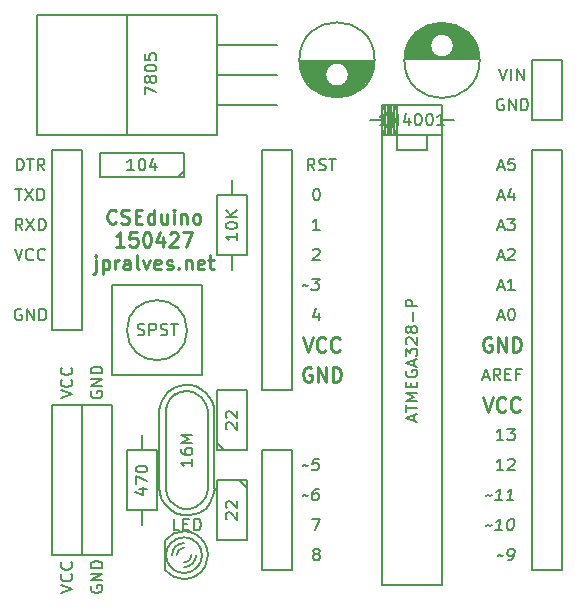
<source format=gbr>
G04 #@! TF.FileFunction,Legend,Top*
%FSLAX46Y46*%
G04 Gerber Fmt 4.6, Leading zero omitted, Abs format (unit mm)*
G04 Created by KiCad (PCBNEW (2015-04-05 BZR 5577)-product) date 28-04-2015 14:57:52*
%MOMM*%
G01*
G04 APERTURE LIST*
%ADD10C,0.100000*%
%ADD11C,0.250000*%
%ADD12C,0.150000*%
G04 APERTURE END LIST*
D10*
D11*
X42250001Y-42948571D02*
X42192858Y-43005714D01*
X42021429Y-43062857D01*
X41907143Y-43062857D01*
X41735715Y-43005714D01*
X41621429Y-42891429D01*
X41564286Y-42777143D01*
X41507143Y-42548571D01*
X41507143Y-42377143D01*
X41564286Y-42148571D01*
X41621429Y-42034286D01*
X41735715Y-41920000D01*
X41907143Y-41862857D01*
X42021429Y-41862857D01*
X42192858Y-41920000D01*
X42250001Y-41977143D01*
X42707143Y-43005714D02*
X42878572Y-43062857D01*
X43164286Y-43062857D01*
X43278572Y-43005714D01*
X43335715Y-42948571D01*
X43392858Y-42834286D01*
X43392858Y-42720000D01*
X43335715Y-42605714D01*
X43278572Y-42548571D01*
X43164286Y-42491429D01*
X42935715Y-42434286D01*
X42821429Y-42377143D01*
X42764286Y-42320000D01*
X42707143Y-42205714D01*
X42707143Y-42091429D01*
X42764286Y-41977143D01*
X42821429Y-41920000D01*
X42935715Y-41862857D01*
X43221429Y-41862857D01*
X43392858Y-41920000D01*
X43907143Y-42434286D02*
X44307143Y-42434286D01*
X44478572Y-43062857D02*
X43907143Y-43062857D01*
X43907143Y-41862857D01*
X44478572Y-41862857D01*
X45507143Y-43062857D02*
X45507143Y-41862857D01*
X45507143Y-43005714D02*
X45392857Y-43062857D01*
X45164286Y-43062857D01*
X45050000Y-43005714D01*
X44992857Y-42948571D01*
X44935714Y-42834286D01*
X44935714Y-42491429D01*
X44992857Y-42377143D01*
X45050000Y-42320000D01*
X45164286Y-42262857D01*
X45392857Y-42262857D01*
X45507143Y-42320000D01*
X46592857Y-42262857D02*
X46592857Y-43062857D01*
X46078571Y-42262857D02*
X46078571Y-42891429D01*
X46135714Y-43005714D01*
X46250000Y-43062857D01*
X46421428Y-43062857D01*
X46535714Y-43005714D01*
X46592857Y-42948571D01*
X47164285Y-43062857D02*
X47164285Y-42262857D01*
X47164285Y-41862857D02*
X47107142Y-41920000D01*
X47164285Y-41977143D01*
X47221428Y-41920000D01*
X47164285Y-41862857D01*
X47164285Y-41977143D01*
X47735714Y-42262857D02*
X47735714Y-43062857D01*
X47735714Y-42377143D02*
X47792857Y-42320000D01*
X47907143Y-42262857D01*
X48078571Y-42262857D01*
X48192857Y-42320000D01*
X48250000Y-42434286D01*
X48250000Y-43062857D01*
X48992857Y-43062857D02*
X48878571Y-43005714D01*
X48821428Y-42948571D01*
X48764285Y-42834286D01*
X48764285Y-42491429D01*
X48821428Y-42377143D01*
X48878571Y-42320000D01*
X48992857Y-42262857D01*
X49164285Y-42262857D01*
X49278571Y-42320000D01*
X49335714Y-42377143D01*
X49392857Y-42491429D01*
X49392857Y-42834286D01*
X49335714Y-42948571D01*
X49278571Y-43005714D01*
X49164285Y-43062857D01*
X48992857Y-43062857D01*
X42935715Y-44992857D02*
X42250000Y-44992857D01*
X42592858Y-44992857D02*
X42592858Y-43792857D01*
X42478572Y-43964286D01*
X42364286Y-44078571D01*
X42250000Y-44135714D01*
X44021429Y-43792857D02*
X43450000Y-43792857D01*
X43392857Y-44364286D01*
X43450000Y-44307143D01*
X43564286Y-44250000D01*
X43850000Y-44250000D01*
X43964286Y-44307143D01*
X44021429Y-44364286D01*
X44078572Y-44478571D01*
X44078572Y-44764286D01*
X44021429Y-44878571D01*
X43964286Y-44935714D01*
X43850000Y-44992857D01*
X43564286Y-44992857D01*
X43450000Y-44935714D01*
X43392857Y-44878571D01*
X44821429Y-43792857D02*
X44935714Y-43792857D01*
X45050000Y-43850000D01*
X45107143Y-43907143D01*
X45164286Y-44021429D01*
X45221429Y-44250000D01*
X45221429Y-44535714D01*
X45164286Y-44764286D01*
X45107143Y-44878571D01*
X45050000Y-44935714D01*
X44935714Y-44992857D01*
X44821429Y-44992857D01*
X44707143Y-44935714D01*
X44650000Y-44878571D01*
X44592857Y-44764286D01*
X44535714Y-44535714D01*
X44535714Y-44250000D01*
X44592857Y-44021429D01*
X44650000Y-43907143D01*
X44707143Y-43850000D01*
X44821429Y-43792857D01*
X46250000Y-44192857D02*
X46250000Y-44992857D01*
X45964286Y-43735714D02*
X45678571Y-44592857D01*
X46421429Y-44592857D01*
X46821428Y-43907143D02*
X46878571Y-43850000D01*
X46992857Y-43792857D01*
X47278571Y-43792857D01*
X47392857Y-43850000D01*
X47450000Y-43907143D01*
X47507143Y-44021429D01*
X47507143Y-44135714D01*
X47450000Y-44307143D01*
X46764286Y-44992857D01*
X47507143Y-44992857D01*
X47907143Y-43792857D02*
X48707143Y-43792857D01*
X48192857Y-44992857D01*
X40535715Y-46122857D02*
X40535715Y-47151429D01*
X40478572Y-47265714D01*
X40364287Y-47322857D01*
X40307144Y-47322857D01*
X40535715Y-45722857D02*
X40478572Y-45780000D01*
X40535715Y-45837143D01*
X40592858Y-45780000D01*
X40535715Y-45722857D01*
X40535715Y-45837143D01*
X41107144Y-46122857D02*
X41107144Y-47322857D01*
X41107144Y-46180000D02*
X41221430Y-46122857D01*
X41450001Y-46122857D01*
X41564287Y-46180000D01*
X41621430Y-46237143D01*
X41678573Y-46351429D01*
X41678573Y-46694286D01*
X41621430Y-46808571D01*
X41564287Y-46865714D01*
X41450001Y-46922857D01*
X41221430Y-46922857D01*
X41107144Y-46865714D01*
X42192858Y-46922857D02*
X42192858Y-46122857D01*
X42192858Y-46351429D02*
X42250001Y-46237143D01*
X42307144Y-46180000D01*
X42421430Y-46122857D01*
X42535715Y-46122857D01*
X43450001Y-46922857D02*
X43450001Y-46294286D01*
X43392858Y-46180000D01*
X43278572Y-46122857D01*
X43050001Y-46122857D01*
X42935715Y-46180000D01*
X43450001Y-46865714D02*
X43335715Y-46922857D01*
X43050001Y-46922857D01*
X42935715Y-46865714D01*
X42878572Y-46751429D01*
X42878572Y-46637143D01*
X42935715Y-46522857D01*
X43050001Y-46465714D01*
X43335715Y-46465714D01*
X43450001Y-46408571D01*
X44192858Y-46922857D02*
X44078572Y-46865714D01*
X44021429Y-46751429D01*
X44021429Y-45722857D01*
X44535715Y-46122857D02*
X44821429Y-46922857D01*
X45107143Y-46122857D01*
X46021429Y-46865714D02*
X45907143Y-46922857D01*
X45678572Y-46922857D01*
X45564286Y-46865714D01*
X45507143Y-46751429D01*
X45507143Y-46294286D01*
X45564286Y-46180000D01*
X45678572Y-46122857D01*
X45907143Y-46122857D01*
X46021429Y-46180000D01*
X46078572Y-46294286D01*
X46078572Y-46408571D01*
X45507143Y-46522857D01*
X46535714Y-46865714D02*
X46650000Y-46922857D01*
X46878572Y-46922857D01*
X46992857Y-46865714D01*
X47050000Y-46751429D01*
X47050000Y-46694286D01*
X46992857Y-46580000D01*
X46878572Y-46522857D01*
X46707143Y-46522857D01*
X46592857Y-46465714D01*
X46535714Y-46351429D01*
X46535714Y-46294286D01*
X46592857Y-46180000D01*
X46707143Y-46122857D01*
X46878572Y-46122857D01*
X46992857Y-46180000D01*
X47564286Y-46808571D02*
X47621429Y-46865714D01*
X47564286Y-46922857D01*
X47507143Y-46865714D01*
X47564286Y-46808571D01*
X47564286Y-46922857D01*
X48135715Y-46122857D02*
X48135715Y-46922857D01*
X48135715Y-46237143D02*
X48192858Y-46180000D01*
X48307144Y-46122857D01*
X48478572Y-46122857D01*
X48592858Y-46180000D01*
X48650001Y-46294286D01*
X48650001Y-46922857D01*
X49678572Y-46865714D02*
X49564286Y-46922857D01*
X49335715Y-46922857D01*
X49221429Y-46865714D01*
X49164286Y-46751429D01*
X49164286Y-46294286D01*
X49221429Y-46180000D01*
X49335715Y-46122857D01*
X49564286Y-46122857D01*
X49678572Y-46180000D01*
X49735715Y-46294286D01*
X49735715Y-46408571D01*
X49164286Y-46522857D01*
X50078572Y-46122857D02*
X50535715Y-46122857D01*
X50250000Y-45722857D02*
X50250000Y-46751429D01*
X50307143Y-46865714D01*
X50421429Y-46922857D01*
X50535715Y-46922857D01*
D12*
X74704762Y-29932381D02*
X75038095Y-30932381D01*
X75371429Y-29932381D01*
X75704762Y-30932381D02*
X75704762Y-29932381D01*
X76180952Y-30932381D02*
X76180952Y-29932381D01*
X76752381Y-30932381D01*
X76752381Y-29932381D01*
X75038096Y-32520000D02*
X74942858Y-32472381D01*
X74800001Y-32472381D01*
X74657143Y-32520000D01*
X74561905Y-32615238D01*
X74514286Y-32710476D01*
X74466667Y-32900952D01*
X74466667Y-33043810D01*
X74514286Y-33234286D01*
X74561905Y-33329524D01*
X74657143Y-33424762D01*
X74800001Y-33472381D01*
X74895239Y-33472381D01*
X75038096Y-33424762D01*
X75085715Y-33377143D01*
X75085715Y-33043810D01*
X74895239Y-33043810D01*
X75514286Y-33472381D02*
X75514286Y-32472381D01*
X76085715Y-33472381D01*
X76085715Y-32472381D01*
X76561905Y-33472381D02*
X76561905Y-32472381D01*
X76800000Y-32472381D01*
X76942858Y-32520000D01*
X77038096Y-32615238D01*
X77085715Y-32710476D01*
X77133334Y-32900952D01*
X77133334Y-33043810D01*
X77085715Y-33234286D01*
X77038096Y-33329524D01*
X76942858Y-33424762D01*
X76800000Y-33472381D01*
X76561905Y-33472381D01*
X40140000Y-73721904D02*
X40092381Y-73817142D01*
X40092381Y-73959999D01*
X40140000Y-74102857D01*
X40235238Y-74198095D01*
X40330476Y-74245714D01*
X40520952Y-74293333D01*
X40663810Y-74293333D01*
X40854286Y-74245714D01*
X40949524Y-74198095D01*
X41044762Y-74102857D01*
X41092381Y-73959999D01*
X41092381Y-73864761D01*
X41044762Y-73721904D01*
X40997143Y-73674285D01*
X40663810Y-73674285D01*
X40663810Y-73864761D01*
X41092381Y-73245714D02*
X40092381Y-73245714D01*
X41092381Y-72674285D01*
X40092381Y-72674285D01*
X41092381Y-72198095D02*
X40092381Y-72198095D01*
X40092381Y-71960000D01*
X40140000Y-71817142D01*
X40235238Y-71721904D01*
X40330476Y-71674285D01*
X40520952Y-71626666D01*
X40663810Y-71626666D01*
X40854286Y-71674285D01*
X40949524Y-71721904D01*
X41044762Y-71817142D01*
X41092381Y-71960000D01*
X41092381Y-72198095D01*
X37552381Y-74293333D02*
X38552381Y-73960000D01*
X37552381Y-73626666D01*
X38457143Y-72721904D02*
X38504762Y-72769523D01*
X38552381Y-72912380D01*
X38552381Y-73007618D01*
X38504762Y-73150476D01*
X38409524Y-73245714D01*
X38314286Y-73293333D01*
X38123810Y-73340952D01*
X37980952Y-73340952D01*
X37790476Y-73293333D01*
X37695238Y-73245714D01*
X37600000Y-73150476D01*
X37552381Y-73007618D01*
X37552381Y-72912380D01*
X37600000Y-72769523D01*
X37647619Y-72721904D01*
X38457143Y-71721904D02*
X38504762Y-71769523D01*
X38552381Y-71912380D01*
X38552381Y-72007618D01*
X38504762Y-72150476D01*
X38409524Y-72245714D01*
X38314286Y-72293333D01*
X38123810Y-72340952D01*
X37980952Y-72340952D01*
X37790476Y-72293333D01*
X37695238Y-72245714D01*
X37600000Y-72150476D01*
X37552381Y-72007618D01*
X37552381Y-71912380D01*
X37600000Y-71769523D01*
X37647619Y-71721904D01*
X34238096Y-50300000D02*
X34142858Y-50252381D01*
X34000001Y-50252381D01*
X33857143Y-50300000D01*
X33761905Y-50395238D01*
X33714286Y-50490476D01*
X33666667Y-50680952D01*
X33666667Y-50823810D01*
X33714286Y-51014286D01*
X33761905Y-51109524D01*
X33857143Y-51204762D01*
X34000001Y-51252381D01*
X34095239Y-51252381D01*
X34238096Y-51204762D01*
X34285715Y-51157143D01*
X34285715Y-50823810D01*
X34095239Y-50823810D01*
X34714286Y-51252381D02*
X34714286Y-50252381D01*
X35285715Y-51252381D01*
X35285715Y-50252381D01*
X35761905Y-51252381D02*
X35761905Y-50252381D01*
X36000000Y-50252381D01*
X36142858Y-50300000D01*
X36238096Y-50395238D01*
X36285715Y-50490476D01*
X36333334Y-50680952D01*
X36333334Y-50823810D01*
X36285715Y-51014286D01*
X36238096Y-51109524D01*
X36142858Y-51204762D01*
X36000000Y-51252381D01*
X35761905Y-51252381D01*
X33666667Y-45172381D02*
X34000000Y-46172381D01*
X34333334Y-45172381D01*
X35238096Y-46077143D02*
X35190477Y-46124762D01*
X35047620Y-46172381D01*
X34952382Y-46172381D01*
X34809524Y-46124762D01*
X34714286Y-46029524D01*
X34666667Y-45934286D01*
X34619048Y-45743810D01*
X34619048Y-45600952D01*
X34666667Y-45410476D01*
X34714286Y-45315238D01*
X34809524Y-45220000D01*
X34952382Y-45172381D01*
X35047620Y-45172381D01*
X35190477Y-45220000D01*
X35238096Y-45267619D01*
X36238096Y-46077143D02*
X36190477Y-46124762D01*
X36047620Y-46172381D01*
X35952382Y-46172381D01*
X35809524Y-46124762D01*
X35714286Y-46029524D01*
X35666667Y-45934286D01*
X35619048Y-45743810D01*
X35619048Y-45600952D01*
X35666667Y-45410476D01*
X35714286Y-45315238D01*
X35809524Y-45220000D01*
X35952382Y-45172381D01*
X36047620Y-45172381D01*
X36190477Y-45220000D01*
X36238096Y-45267619D01*
X34333334Y-43632381D02*
X34000000Y-43156190D01*
X33761905Y-43632381D02*
X33761905Y-42632381D01*
X34142858Y-42632381D01*
X34238096Y-42680000D01*
X34285715Y-42727619D01*
X34333334Y-42822857D01*
X34333334Y-42965714D01*
X34285715Y-43060952D01*
X34238096Y-43108571D01*
X34142858Y-43156190D01*
X33761905Y-43156190D01*
X34666667Y-42632381D02*
X35333334Y-43632381D01*
X35333334Y-42632381D02*
X34666667Y-43632381D01*
X35714286Y-43632381D02*
X35714286Y-42632381D01*
X35952381Y-42632381D01*
X36095239Y-42680000D01*
X36190477Y-42775238D01*
X36238096Y-42870476D01*
X36285715Y-43060952D01*
X36285715Y-43203810D01*
X36238096Y-43394286D01*
X36190477Y-43489524D01*
X36095239Y-43584762D01*
X35952381Y-43632381D01*
X35714286Y-43632381D01*
X33738095Y-40092381D02*
X34309524Y-40092381D01*
X34023809Y-41092381D02*
X34023809Y-40092381D01*
X34547619Y-40092381D02*
X35214286Y-41092381D01*
X35214286Y-40092381D02*
X34547619Y-41092381D01*
X35595238Y-41092381D02*
X35595238Y-40092381D01*
X35833333Y-40092381D01*
X35976191Y-40140000D01*
X36071429Y-40235238D01*
X36119048Y-40330476D01*
X36166667Y-40520952D01*
X36166667Y-40663810D01*
X36119048Y-40854286D01*
X36071429Y-40949524D01*
X35976191Y-41044762D01*
X35833333Y-41092381D01*
X35595238Y-41092381D01*
X33857143Y-38552381D02*
X33857143Y-37552381D01*
X34095238Y-37552381D01*
X34238096Y-37600000D01*
X34333334Y-37695238D01*
X34380953Y-37790476D01*
X34428572Y-37980952D01*
X34428572Y-38123810D01*
X34380953Y-38314286D01*
X34333334Y-38409524D01*
X34238096Y-38504762D01*
X34095238Y-38552381D01*
X33857143Y-38552381D01*
X34714286Y-37552381D02*
X35285715Y-37552381D01*
X35000000Y-38552381D02*
X35000000Y-37552381D01*
X36190477Y-38552381D02*
X35857143Y-38076190D01*
X35619048Y-38552381D02*
X35619048Y-37552381D01*
X36000001Y-37552381D01*
X36095239Y-37600000D01*
X36142858Y-37647619D01*
X36190477Y-37742857D01*
X36190477Y-37885714D01*
X36142858Y-37980952D01*
X36095239Y-38028571D01*
X36000001Y-38076190D01*
X35619048Y-38076190D01*
X59118571Y-71000952D02*
X59023333Y-70953333D01*
X58975714Y-70905714D01*
X58928095Y-70810476D01*
X58928095Y-70762857D01*
X58975714Y-70667619D01*
X59023333Y-70620000D01*
X59118571Y-70572381D01*
X59309048Y-70572381D01*
X59404286Y-70620000D01*
X59451905Y-70667619D01*
X59499524Y-70762857D01*
X59499524Y-70810476D01*
X59451905Y-70905714D01*
X59404286Y-70953333D01*
X59309048Y-71000952D01*
X59118571Y-71000952D01*
X59023333Y-71048571D01*
X58975714Y-71096190D01*
X58928095Y-71191429D01*
X58928095Y-71381905D01*
X58975714Y-71477143D01*
X59023333Y-71524762D01*
X59118571Y-71572381D01*
X59309048Y-71572381D01*
X59404286Y-71524762D01*
X59451905Y-71477143D01*
X59499524Y-71381905D01*
X59499524Y-71191429D01*
X59451905Y-71096190D01*
X59404286Y-71048571D01*
X59309048Y-71000952D01*
X58880476Y-68032381D02*
X59547143Y-68032381D01*
X59118571Y-69032381D01*
X58047142Y-66111429D02*
X58100714Y-66063810D01*
X58201904Y-66016190D01*
X58380475Y-66111429D01*
X58481667Y-66063810D01*
X58535238Y-66016190D01*
X59410238Y-65492381D02*
X59219761Y-65492381D01*
X59118571Y-65540000D01*
X59065000Y-65587619D01*
X58951905Y-65730476D01*
X58880476Y-65920952D01*
X58832857Y-66301905D01*
X58868571Y-66397143D01*
X58910238Y-66444762D01*
X58999523Y-66492381D01*
X59190000Y-66492381D01*
X59291191Y-66444762D01*
X59344762Y-66397143D01*
X59404286Y-66301905D01*
X59434048Y-66063810D01*
X59398334Y-65968571D01*
X59356667Y-65920952D01*
X59267381Y-65873333D01*
X59076904Y-65873333D01*
X58975714Y-65920952D01*
X58922143Y-65968571D01*
X58862619Y-66063810D01*
X58047142Y-63571429D02*
X58100714Y-63523810D01*
X58201904Y-63476190D01*
X58380475Y-63571429D01*
X58481667Y-63523810D01*
X58535238Y-63476190D01*
X59457857Y-62952381D02*
X58981666Y-62952381D01*
X58874524Y-63428571D01*
X58928095Y-63380952D01*
X59029285Y-63333333D01*
X59267381Y-63333333D01*
X59356667Y-63380952D01*
X59398334Y-63428571D01*
X59434048Y-63523810D01*
X59404286Y-63761905D01*
X59344762Y-63857143D01*
X59291191Y-63904762D01*
X59190000Y-63952381D01*
X58951904Y-63952381D01*
X58862619Y-63904762D01*
X58820952Y-63857143D01*
D11*
X58775715Y-55280000D02*
X58661429Y-55222857D01*
X58490000Y-55222857D01*
X58318572Y-55280000D01*
X58204286Y-55394286D01*
X58147143Y-55508571D01*
X58090000Y-55737143D01*
X58090000Y-55908571D01*
X58147143Y-56137143D01*
X58204286Y-56251429D01*
X58318572Y-56365714D01*
X58490000Y-56422857D01*
X58604286Y-56422857D01*
X58775715Y-56365714D01*
X58832858Y-56308571D01*
X58832858Y-55908571D01*
X58604286Y-55908571D01*
X59347143Y-56422857D02*
X59347143Y-55222857D01*
X60032858Y-56422857D01*
X60032858Y-55222857D01*
X60604286Y-56422857D02*
X60604286Y-55222857D01*
X60890001Y-55222857D01*
X61061429Y-55280000D01*
X61175715Y-55394286D01*
X61232858Y-55508571D01*
X61290001Y-55737143D01*
X61290001Y-55908571D01*
X61232858Y-56137143D01*
X61175715Y-56251429D01*
X61061429Y-56365714D01*
X60890001Y-56422857D01*
X60604286Y-56422857D01*
X58090001Y-52682857D02*
X58490001Y-53882857D01*
X58890001Y-52682857D01*
X59975715Y-53768571D02*
X59918572Y-53825714D01*
X59747143Y-53882857D01*
X59632857Y-53882857D01*
X59461429Y-53825714D01*
X59347143Y-53711429D01*
X59290000Y-53597143D01*
X59232857Y-53368571D01*
X59232857Y-53197143D01*
X59290000Y-52968571D01*
X59347143Y-52854286D01*
X59461429Y-52740000D01*
X59632857Y-52682857D01*
X59747143Y-52682857D01*
X59918572Y-52740000D01*
X59975715Y-52797143D01*
X61175715Y-53768571D02*
X61118572Y-53825714D01*
X60947143Y-53882857D01*
X60832857Y-53882857D01*
X60661429Y-53825714D01*
X60547143Y-53711429D01*
X60490000Y-53597143D01*
X60432857Y-53368571D01*
X60432857Y-53197143D01*
X60490000Y-52968571D01*
X60547143Y-52854286D01*
X60661429Y-52740000D01*
X60832857Y-52682857D01*
X60947143Y-52682857D01*
X61118572Y-52740000D01*
X61175715Y-52797143D01*
D12*
X59404286Y-50585714D02*
X59404286Y-51252381D01*
X59166190Y-50204762D02*
X58928095Y-50919048D01*
X59547143Y-50919048D01*
X58047142Y-48331429D02*
X58100714Y-48283810D01*
X58201904Y-48236190D01*
X58380475Y-48331429D01*
X58481667Y-48283810D01*
X58535238Y-48236190D01*
X58886428Y-47712381D02*
X59505476Y-47712381D01*
X59124523Y-48093333D01*
X59267381Y-48093333D01*
X59356667Y-48140952D01*
X59398334Y-48188571D01*
X59434048Y-48283810D01*
X59404286Y-48521905D01*
X59344762Y-48617143D01*
X59291191Y-48664762D01*
X59190000Y-48712381D01*
X58904285Y-48712381D01*
X58815000Y-48664762D01*
X58773333Y-48617143D01*
X58928095Y-45267619D02*
X58975714Y-45220000D01*
X59070952Y-45172381D01*
X59309048Y-45172381D01*
X59404286Y-45220000D01*
X59451905Y-45267619D01*
X59499524Y-45362857D01*
X59499524Y-45458095D01*
X59451905Y-45600952D01*
X58880476Y-46172381D01*
X59499524Y-46172381D01*
X59499524Y-43632381D02*
X58928095Y-43632381D01*
X59213809Y-43632381D02*
X59213809Y-42632381D01*
X59118571Y-42775238D01*
X59023333Y-42870476D01*
X58928095Y-42918095D01*
X59166190Y-40092381D02*
X59261429Y-40092381D01*
X59356667Y-40140000D01*
X59404286Y-40187619D01*
X59451905Y-40282857D01*
X59499524Y-40473333D01*
X59499524Y-40711429D01*
X59451905Y-40901905D01*
X59404286Y-40997143D01*
X59356667Y-41044762D01*
X59261429Y-41092381D01*
X59166190Y-41092381D01*
X59070952Y-41044762D01*
X59023333Y-40997143D01*
X58975714Y-40901905D01*
X58928095Y-40711429D01*
X58928095Y-40473333D01*
X58975714Y-40282857D01*
X59023333Y-40187619D01*
X59070952Y-40140000D01*
X59166190Y-40092381D01*
X59055238Y-38552381D02*
X58721904Y-38076190D01*
X58483809Y-38552381D02*
X58483809Y-37552381D01*
X58864762Y-37552381D01*
X58960000Y-37600000D01*
X59007619Y-37647619D01*
X59055238Y-37742857D01*
X59055238Y-37885714D01*
X59007619Y-37980952D01*
X58960000Y-38028571D01*
X58864762Y-38076190D01*
X58483809Y-38076190D01*
X59436190Y-38504762D02*
X59579047Y-38552381D01*
X59817143Y-38552381D01*
X59912381Y-38504762D01*
X59960000Y-38457143D01*
X60007619Y-38361905D01*
X60007619Y-38266667D01*
X59960000Y-38171429D01*
X59912381Y-38123810D01*
X59817143Y-38076190D01*
X59626666Y-38028571D01*
X59531428Y-37980952D01*
X59483809Y-37933333D01*
X59436190Y-37838095D01*
X59436190Y-37742857D01*
X59483809Y-37647619D01*
X59531428Y-37600000D01*
X59626666Y-37552381D01*
X59864762Y-37552381D01*
X60007619Y-37600000D01*
X60293333Y-37552381D02*
X60864762Y-37552381D01*
X60579047Y-38552381D02*
X60579047Y-37552381D01*
X74557142Y-71191429D02*
X74610714Y-71143810D01*
X74711904Y-71096190D01*
X74890475Y-71191429D01*
X74991667Y-71143810D01*
X75045238Y-71096190D01*
X75414285Y-71572381D02*
X75604761Y-71572381D01*
X75705953Y-71524762D01*
X75759524Y-71477143D01*
X75872619Y-71334286D01*
X75944048Y-71143810D01*
X75991667Y-70762857D01*
X75955953Y-70667619D01*
X75914286Y-70620000D01*
X75825000Y-70572381D01*
X75634523Y-70572381D01*
X75533333Y-70620000D01*
X75479762Y-70667619D01*
X75420238Y-70762857D01*
X75390476Y-71000952D01*
X75426190Y-71096190D01*
X75467857Y-71143810D01*
X75557142Y-71191429D01*
X75747619Y-71191429D01*
X75848810Y-71143810D01*
X75902381Y-71096190D01*
X75961905Y-71000952D01*
X73604761Y-68651429D02*
X73658333Y-68603810D01*
X73759523Y-68556190D01*
X73938094Y-68651429D01*
X74039286Y-68603810D01*
X74092857Y-68556190D01*
X74938095Y-69032381D02*
X74366666Y-69032381D01*
X74652380Y-69032381D02*
X74777380Y-68032381D01*
X74664285Y-68175238D01*
X74557143Y-68270476D01*
X74455952Y-68318095D01*
X75682142Y-68032381D02*
X75777381Y-68032381D01*
X75866667Y-68080000D01*
X75908334Y-68127619D01*
X75944048Y-68222857D01*
X75967857Y-68413333D01*
X75938095Y-68651429D01*
X75866667Y-68841905D01*
X75807143Y-68937143D01*
X75753572Y-68984762D01*
X75652381Y-69032381D01*
X75557142Y-69032381D01*
X75467857Y-68984762D01*
X75426190Y-68937143D01*
X75390476Y-68841905D01*
X75366666Y-68651429D01*
X75396428Y-68413333D01*
X75467857Y-68222857D01*
X75527381Y-68127619D01*
X75580952Y-68080000D01*
X75682142Y-68032381D01*
X73604761Y-66111429D02*
X73658333Y-66063810D01*
X73759523Y-66016190D01*
X73938094Y-66111429D01*
X74039286Y-66063810D01*
X74092857Y-66016190D01*
X74938095Y-66492381D02*
X74366666Y-66492381D01*
X74652380Y-66492381D02*
X74777380Y-65492381D01*
X74664285Y-65635238D01*
X74557143Y-65730476D01*
X74455952Y-65778095D01*
X75890476Y-66492381D02*
X75319047Y-66492381D01*
X75604761Y-66492381D02*
X75729761Y-65492381D01*
X75616666Y-65635238D01*
X75509524Y-65730476D01*
X75408333Y-65778095D01*
X75057143Y-63952381D02*
X74485714Y-63952381D01*
X74771428Y-63952381D02*
X74771428Y-62952381D01*
X74676190Y-63095238D01*
X74580952Y-63190476D01*
X74485714Y-63238095D01*
X75438095Y-63047619D02*
X75485714Y-63000000D01*
X75580952Y-62952381D01*
X75819048Y-62952381D01*
X75914286Y-63000000D01*
X75961905Y-63047619D01*
X76009524Y-63142857D01*
X76009524Y-63238095D01*
X75961905Y-63380952D01*
X75390476Y-63952381D01*
X76009524Y-63952381D01*
X75057143Y-61412381D02*
X74485714Y-61412381D01*
X74771428Y-61412381D02*
X74771428Y-60412381D01*
X74676190Y-60555238D01*
X74580952Y-60650476D01*
X74485714Y-60698095D01*
X75390476Y-60412381D02*
X76009524Y-60412381D01*
X75676190Y-60793333D01*
X75819048Y-60793333D01*
X75914286Y-60840952D01*
X75961905Y-60888571D01*
X76009524Y-60983810D01*
X76009524Y-61221905D01*
X75961905Y-61317143D01*
X75914286Y-61364762D01*
X75819048Y-61412381D01*
X75533333Y-61412381D01*
X75438095Y-61364762D01*
X75390476Y-61317143D01*
D11*
X73330001Y-57762857D02*
X73730001Y-58962857D01*
X74130001Y-57762857D01*
X75215715Y-58848571D02*
X75158572Y-58905714D01*
X74987143Y-58962857D01*
X74872857Y-58962857D01*
X74701429Y-58905714D01*
X74587143Y-58791429D01*
X74530000Y-58677143D01*
X74472857Y-58448571D01*
X74472857Y-58277143D01*
X74530000Y-58048571D01*
X74587143Y-57934286D01*
X74701429Y-57820000D01*
X74872857Y-57762857D01*
X74987143Y-57762857D01*
X75158572Y-57820000D01*
X75215715Y-57877143D01*
X76415715Y-58848571D02*
X76358572Y-58905714D01*
X76187143Y-58962857D01*
X76072857Y-58962857D01*
X75901429Y-58905714D01*
X75787143Y-58791429D01*
X75730000Y-58677143D01*
X75672857Y-58448571D01*
X75672857Y-58277143D01*
X75730000Y-58048571D01*
X75787143Y-57934286D01*
X75901429Y-57820000D01*
X76072857Y-57762857D01*
X76187143Y-57762857D01*
X76358572Y-57820000D01*
X76415715Y-57877143D01*
D12*
X73310952Y-56046667D02*
X73787143Y-56046667D01*
X73215714Y-56332381D02*
X73549047Y-55332381D01*
X73882381Y-56332381D01*
X74787143Y-56332381D02*
X74453809Y-55856190D01*
X74215714Y-56332381D02*
X74215714Y-55332381D01*
X74596667Y-55332381D01*
X74691905Y-55380000D01*
X74739524Y-55427619D01*
X74787143Y-55522857D01*
X74787143Y-55665714D01*
X74739524Y-55760952D01*
X74691905Y-55808571D01*
X74596667Y-55856190D01*
X74215714Y-55856190D01*
X75215714Y-55808571D02*
X75549048Y-55808571D01*
X75691905Y-56332381D02*
X75215714Y-56332381D01*
X75215714Y-55332381D01*
X75691905Y-55332381D01*
X76453810Y-55808571D02*
X76120476Y-55808571D01*
X76120476Y-56332381D02*
X76120476Y-55332381D01*
X76596667Y-55332381D01*
D11*
X74015715Y-52740000D02*
X73901429Y-52682857D01*
X73730000Y-52682857D01*
X73558572Y-52740000D01*
X73444286Y-52854286D01*
X73387143Y-52968571D01*
X73330000Y-53197143D01*
X73330000Y-53368571D01*
X73387143Y-53597143D01*
X73444286Y-53711429D01*
X73558572Y-53825714D01*
X73730000Y-53882857D01*
X73844286Y-53882857D01*
X74015715Y-53825714D01*
X74072858Y-53768571D01*
X74072858Y-53368571D01*
X73844286Y-53368571D01*
X74587143Y-53882857D02*
X74587143Y-52682857D01*
X75272858Y-53882857D01*
X75272858Y-52682857D01*
X75844286Y-53882857D02*
X75844286Y-52682857D01*
X76130001Y-52682857D01*
X76301429Y-52740000D01*
X76415715Y-52854286D01*
X76472858Y-52968571D01*
X76530001Y-53197143D01*
X76530001Y-53368571D01*
X76472858Y-53597143D01*
X76415715Y-53711429D01*
X76301429Y-53825714D01*
X76130001Y-53882857D01*
X75844286Y-53882857D01*
D12*
X74580952Y-50966667D02*
X75057143Y-50966667D01*
X74485714Y-51252381D02*
X74819047Y-50252381D01*
X75152381Y-51252381D01*
X75676190Y-50252381D02*
X75771429Y-50252381D01*
X75866667Y-50300000D01*
X75914286Y-50347619D01*
X75961905Y-50442857D01*
X76009524Y-50633333D01*
X76009524Y-50871429D01*
X75961905Y-51061905D01*
X75914286Y-51157143D01*
X75866667Y-51204762D01*
X75771429Y-51252381D01*
X75676190Y-51252381D01*
X75580952Y-51204762D01*
X75533333Y-51157143D01*
X75485714Y-51061905D01*
X75438095Y-50871429D01*
X75438095Y-50633333D01*
X75485714Y-50442857D01*
X75533333Y-50347619D01*
X75580952Y-50300000D01*
X75676190Y-50252381D01*
X74580952Y-48426667D02*
X75057143Y-48426667D01*
X74485714Y-48712381D02*
X74819047Y-47712381D01*
X75152381Y-48712381D01*
X76009524Y-48712381D02*
X75438095Y-48712381D01*
X75723809Y-48712381D02*
X75723809Y-47712381D01*
X75628571Y-47855238D01*
X75533333Y-47950476D01*
X75438095Y-47998095D01*
X74580952Y-45886667D02*
X75057143Y-45886667D01*
X74485714Y-46172381D02*
X74819047Y-45172381D01*
X75152381Y-46172381D01*
X75438095Y-45267619D02*
X75485714Y-45220000D01*
X75580952Y-45172381D01*
X75819048Y-45172381D01*
X75914286Y-45220000D01*
X75961905Y-45267619D01*
X76009524Y-45362857D01*
X76009524Y-45458095D01*
X75961905Y-45600952D01*
X75390476Y-46172381D01*
X76009524Y-46172381D01*
X74580952Y-43346667D02*
X75057143Y-43346667D01*
X74485714Y-43632381D02*
X74819047Y-42632381D01*
X75152381Y-43632381D01*
X75390476Y-42632381D02*
X76009524Y-42632381D01*
X75676190Y-43013333D01*
X75819048Y-43013333D01*
X75914286Y-43060952D01*
X75961905Y-43108571D01*
X76009524Y-43203810D01*
X76009524Y-43441905D01*
X75961905Y-43537143D01*
X75914286Y-43584762D01*
X75819048Y-43632381D01*
X75533333Y-43632381D01*
X75438095Y-43584762D01*
X75390476Y-43537143D01*
X74580952Y-40806667D02*
X75057143Y-40806667D01*
X74485714Y-41092381D02*
X74819047Y-40092381D01*
X75152381Y-41092381D01*
X75914286Y-40425714D02*
X75914286Y-41092381D01*
X75676190Y-40044762D02*
X75438095Y-40759048D01*
X76057143Y-40759048D01*
X74580952Y-38266667D02*
X75057143Y-38266667D01*
X74485714Y-38552381D02*
X74819047Y-37552381D01*
X75152381Y-38552381D01*
X75961905Y-37552381D02*
X75485714Y-37552381D01*
X75438095Y-38028571D01*
X75485714Y-37980952D01*
X75580952Y-37933333D01*
X75819048Y-37933333D01*
X75914286Y-37980952D01*
X75961905Y-38028571D01*
X76009524Y-38123810D01*
X76009524Y-38361905D01*
X75961905Y-38457143D01*
X75914286Y-38504762D01*
X75819048Y-38552381D01*
X75580952Y-38552381D01*
X75485714Y-38504762D01*
X75438095Y-38457143D01*
X69850000Y-35560000D02*
X69850000Y-73660000D01*
X69850000Y-73660000D02*
X64770000Y-73660000D01*
X64770000Y-73660000D02*
X64770000Y-35560000D01*
X64770000Y-35560000D02*
X69850000Y-35560000D01*
X68580000Y-35560000D02*
X68580000Y-36830000D01*
X68580000Y-36830000D02*
X66040000Y-36830000D01*
X66040000Y-36830000D02*
X66040000Y-35560000D01*
X50800000Y-62179200D02*
X50800000Y-57150000D01*
X50800000Y-57150000D02*
X53340000Y-57150000D01*
X53340000Y-57150000D02*
X53340000Y-62230000D01*
X53340000Y-62230000D02*
X50800000Y-62230000D01*
X51435000Y-62230000D02*
X50800000Y-61595000D01*
X53340000Y-64820800D02*
X53340000Y-69850000D01*
X53340000Y-69850000D02*
X50800000Y-69850000D01*
X50800000Y-69850000D02*
X50800000Y-64770000D01*
X50800000Y-64770000D02*
X53340000Y-64770000D01*
X52705000Y-64770000D02*
X53340000Y-65405000D01*
X48006000Y-39116000D02*
X40894000Y-39116000D01*
X40894000Y-39116000D02*
X40894000Y-37084000D01*
X40894000Y-37084000D02*
X48006000Y-37084000D01*
X48006000Y-37084000D02*
X48006000Y-39116000D01*
X48006000Y-38608000D02*
X47498000Y-39116000D01*
X69850000Y-34290000D02*
X70866000Y-34290000D01*
X65024000Y-34290000D02*
X63754000Y-34290000D01*
X65278000Y-35560000D02*
X65278000Y-33020000D01*
X65532000Y-35560000D02*
X65532000Y-33020000D01*
X65786000Y-35560000D02*
X65786000Y-33020000D01*
X65024000Y-35560000D02*
X65024000Y-33020000D01*
X66040000Y-35560000D02*
X64770000Y-33020000D01*
X64770000Y-35560000D02*
X66040000Y-33020000D01*
X66040000Y-35560000D02*
X66040000Y-33020000D01*
X65405000Y-35560000D02*
X65405000Y-33020000D01*
X64770000Y-33020000D02*
X64770000Y-35560000D01*
X64770000Y-35560000D02*
X69850000Y-35560000D01*
X69850000Y-35560000D02*
X69850000Y-33020000D01*
X69850000Y-33020000D02*
X64770000Y-33020000D01*
X48260000Y-52070000D02*
G75*
G03X48260000Y-52070000I-2540000J0D01*
G01*
X41910000Y-48260000D02*
X49530000Y-48260000D01*
X49530000Y-48260000D02*
X49530000Y-55880000D01*
X49530000Y-55880000D02*
X41910000Y-55880000D01*
X41910000Y-48260000D02*
X41910000Y-55880000D01*
X47259240Y-57531000D02*
X47660560Y-57330340D01*
X47660560Y-57330340D02*
X48260000Y-57228740D01*
X48260000Y-57228740D02*
X48760380Y-57330340D01*
X48760380Y-57330340D02*
X49458880Y-57729120D01*
X49458880Y-57729120D02*
X49860200Y-58331100D01*
X49860200Y-58331100D02*
X50060860Y-58930540D01*
X50060860Y-58930540D02*
X50060860Y-65529460D01*
X50060860Y-65529460D02*
X49860200Y-66230500D01*
X49860200Y-66230500D02*
X49560480Y-66629280D01*
X49560480Y-66629280D02*
X49060100Y-67030600D01*
X49060100Y-67030600D02*
X48460660Y-67231260D01*
X48460660Y-67231260D02*
X47960280Y-67231260D01*
X47960280Y-67231260D02*
X47459900Y-67030600D01*
X47459900Y-67030600D02*
X46860460Y-66530220D01*
X46860460Y-66530220D02*
X46560740Y-66029840D01*
X46560740Y-66029840D02*
X46459140Y-65529460D01*
X46459140Y-65430400D02*
X46459140Y-58828940D01*
X46459140Y-58828940D02*
X46560740Y-58430160D01*
X46560740Y-58430160D02*
X46860460Y-57929780D01*
X46860460Y-57929780D02*
X47360840Y-57429400D01*
X45930820Y-65420240D02*
X45979080Y-65879980D01*
X45979080Y-65879980D02*
X46090840Y-66278760D01*
X46090840Y-66278760D02*
X46309280Y-66710560D01*
X46309280Y-66710560D02*
X46540420Y-67000120D01*
X46540420Y-67000120D02*
X46890940Y-67330320D01*
X46890940Y-67330320D02*
X47429420Y-67619880D01*
X47429420Y-67619880D02*
X48028860Y-67749420D01*
X48028860Y-67749420D02*
X48539400Y-67749420D01*
X48539400Y-67749420D02*
X49240440Y-67579240D01*
X49240440Y-67579240D02*
X49829720Y-67180460D01*
X49829720Y-67180460D02*
X50200560Y-66720720D01*
X50200560Y-66720720D02*
X50408840Y-66299080D01*
X50408840Y-66299080D02*
X50568860Y-65849500D01*
X50568860Y-65849500D02*
X50599340Y-65410080D01*
X50380900Y-58069480D02*
X50159920Y-57691020D01*
X50159920Y-57691020D02*
X49880520Y-57370980D01*
X49880520Y-57370980D02*
X49550320Y-57119520D01*
X49550320Y-57119520D02*
X48999140Y-56819800D01*
X48999140Y-56819800D02*
X48529240Y-56710580D01*
X48529240Y-56710580D02*
X48069500Y-56690260D01*
X48069500Y-56690260D02*
X47609760Y-56779160D01*
X47609760Y-56779160D02*
X47160180Y-56969660D01*
X47160180Y-56969660D02*
X46690280Y-57330340D01*
X46690280Y-57330340D02*
X46370240Y-57680860D01*
X46370240Y-57680860D02*
X46139100Y-58069480D01*
X46139100Y-58069480D02*
X45999400Y-58498740D01*
X45999400Y-58498740D02*
X45930820Y-58940700D01*
X50589180Y-65430400D02*
X50589180Y-58978800D01*
X50589180Y-58978800D02*
X50551080Y-58559700D01*
X50551080Y-58559700D02*
X50380900Y-58069480D01*
X45930820Y-65430400D02*
X45930820Y-58978800D01*
X41910000Y-58420000D02*
X41910000Y-71120000D01*
X41910000Y-71120000D02*
X39370000Y-71120000D01*
X39370000Y-71120000D02*
X39370000Y-58420000D01*
X41910000Y-58420000D02*
X39370000Y-58420000D01*
X39370000Y-58420000D02*
X39370000Y-71120000D01*
X39370000Y-71120000D02*
X36830000Y-71120000D01*
X36830000Y-71120000D02*
X36830000Y-58420000D01*
X39370000Y-58420000D02*
X36830000Y-58420000D01*
X39370000Y-36830000D02*
X39370000Y-52070000D01*
X39370000Y-52070000D02*
X36830000Y-52070000D01*
X36830000Y-52070000D02*
X36830000Y-36830000D01*
X39370000Y-36830000D02*
X36830000Y-36830000D01*
X57150000Y-36830000D02*
X57150000Y-57150000D01*
X57150000Y-57150000D02*
X54610000Y-57150000D01*
X54610000Y-57150000D02*
X54610000Y-36830000D01*
X57150000Y-36830000D02*
X54610000Y-36830000D01*
X80010000Y-29210000D02*
X80010000Y-34290000D01*
X80010000Y-29210000D02*
X77470000Y-29210000D01*
X77470000Y-29210000D02*
X77470000Y-34290000D01*
X77470000Y-34290000D02*
X80010000Y-34290000D01*
X54610000Y-62230000D02*
X54610000Y-72390000D01*
X57150000Y-62230000D02*
X57150000Y-72390000D01*
X54610000Y-72390000D02*
X57150000Y-72390000D01*
X54610000Y-62230000D02*
X57150000Y-62230000D01*
X80010000Y-72390000D02*
X80010000Y-36830000D01*
X80010000Y-36830000D02*
X77470000Y-36830000D01*
X77470000Y-36830000D02*
X77470000Y-72390000D01*
X80010000Y-72390000D02*
X77470000Y-72390000D01*
X66701000Y-29155000D02*
X72999000Y-29155000D01*
X66707000Y-29015000D02*
X72993000Y-29015000D01*
X66720000Y-28875000D02*
X69404000Y-28875000D01*
X70296000Y-28875000D02*
X72980000Y-28875000D01*
X66739000Y-28735000D02*
X69194000Y-28735000D01*
X70506000Y-28735000D02*
X72961000Y-28735000D01*
X66765000Y-28595000D02*
X69061000Y-28595000D01*
X70639000Y-28595000D02*
X72935000Y-28595000D01*
X66797000Y-28455000D02*
X68970000Y-28455000D01*
X70730000Y-28455000D02*
X72903000Y-28455000D01*
X66836000Y-28315000D02*
X68908000Y-28315000D01*
X70792000Y-28315000D02*
X72864000Y-28315000D01*
X66882000Y-28175000D02*
X68869000Y-28175000D01*
X70831000Y-28175000D02*
X72818000Y-28175000D01*
X66935000Y-28035000D02*
X68852000Y-28035000D01*
X70848000Y-28035000D02*
X72765000Y-28035000D01*
X66997000Y-27895000D02*
X68854000Y-27895000D01*
X70846000Y-27895000D02*
X72703000Y-27895000D01*
X67067000Y-27755000D02*
X68876000Y-27755000D01*
X70824000Y-27755000D02*
X72633000Y-27755000D01*
X67146000Y-27615000D02*
X68919000Y-27615000D01*
X70781000Y-27615000D02*
X72554000Y-27615000D01*
X67234000Y-27475000D02*
X68987000Y-27475000D01*
X70713000Y-27475000D02*
X72466000Y-27475000D01*
X67334000Y-27335000D02*
X69086000Y-27335000D01*
X70614000Y-27335000D02*
X72366000Y-27335000D01*
X67446000Y-27195000D02*
X69231000Y-27195000D01*
X70469000Y-27195000D02*
X72254000Y-27195000D01*
X67571000Y-27055000D02*
X69470000Y-27055000D01*
X70230000Y-27055000D02*
X72129000Y-27055000D01*
X67714000Y-26915000D02*
X71986000Y-26915000D01*
X67876000Y-26775000D02*
X71824000Y-26775000D01*
X68064000Y-26635000D02*
X71636000Y-26635000D01*
X68287000Y-26495000D02*
X71413000Y-26495000D01*
X68563000Y-26355000D02*
X71137000Y-26355000D01*
X68938000Y-26215000D02*
X70762000Y-26215000D01*
X70850000Y-27980000D02*
G75*
G03X70850000Y-27980000I-1000000J0D01*
G01*
X73037500Y-29230000D02*
G75*
G03X73037500Y-29230000I-3187500J0D01*
G01*
X64109000Y-29265000D02*
X57811000Y-29265000D01*
X64103000Y-29405000D02*
X57817000Y-29405000D01*
X64090000Y-29545000D02*
X61406000Y-29545000D01*
X60514000Y-29545000D02*
X57830000Y-29545000D01*
X64071000Y-29685000D02*
X61616000Y-29685000D01*
X60304000Y-29685000D02*
X57849000Y-29685000D01*
X64045000Y-29825000D02*
X61749000Y-29825000D01*
X60171000Y-29825000D02*
X57875000Y-29825000D01*
X64013000Y-29965000D02*
X61840000Y-29965000D01*
X60080000Y-29965000D02*
X57907000Y-29965000D01*
X63974000Y-30105000D02*
X61902000Y-30105000D01*
X60018000Y-30105000D02*
X57946000Y-30105000D01*
X63928000Y-30245000D02*
X61941000Y-30245000D01*
X59979000Y-30245000D02*
X57992000Y-30245000D01*
X63875000Y-30385000D02*
X61958000Y-30385000D01*
X59962000Y-30385000D02*
X58045000Y-30385000D01*
X63813000Y-30525000D02*
X61956000Y-30525000D01*
X59964000Y-30525000D02*
X58107000Y-30525000D01*
X63743000Y-30665000D02*
X61934000Y-30665000D01*
X59986000Y-30665000D02*
X58177000Y-30665000D01*
X63664000Y-30805000D02*
X61891000Y-30805000D01*
X60029000Y-30805000D02*
X58256000Y-30805000D01*
X63576000Y-30945000D02*
X61823000Y-30945000D01*
X60097000Y-30945000D02*
X58344000Y-30945000D01*
X63476000Y-31085000D02*
X61724000Y-31085000D01*
X60196000Y-31085000D02*
X58444000Y-31085000D01*
X63364000Y-31225000D02*
X61579000Y-31225000D01*
X60341000Y-31225000D02*
X58556000Y-31225000D01*
X63239000Y-31365000D02*
X61340000Y-31365000D01*
X60580000Y-31365000D02*
X58681000Y-31365000D01*
X63096000Y-31505000D02*
X58824000Y-31505000D01*
X62934000Y-31645000D02*
X58986000Y-31645000D01*
X62746000Y-31785000D02*
X59174000Y-31785000D01*
X62523000Y-31925000D02*
X59397000Y-31925000D01*
X62247000Y-32065000D02*
X59673000Y-32065000D01*
X61872000Y-32205000D02*
X60048000Y-32205000D01*
X61960000Y-30440000D02*
G75*
G03X61960000Y-30440000I-1000000J0D01*
G01*
X64147500Y-29190000D02*
G75*
G03X64147500Y-29190000I-3187500J0D01*
G01*
X46431200Y-69850000D02*
X46431200Y-72390000D01*
X49176864Y-72095527D02*
G75*
G03X49530000Y-71120000I-1170864J975527D01*
G01*
X49528111Y-71119531D02*
G75*
G03X49143920Y-70109080I-1522111J-469D01*
G01*
X46483853Y-71120034D02*
G75*
G03X46850300Y-72110600I1522147J34D01*
G01*
X46835136Y-70144473D02*
G75*
G03X46482000Y-71120000I1170864J-975527D01*
G01*
X46766834Y-72007155D02*
G75*
G03X48006000Y-72644000I1239166J887155D01*
G01*
X48006801Y-72644000D02*
G75*
G03X49225200Y-72034400I-801J1524000D01*
G01*
X48005558Y-69597794D02*
G75*
G03X46804580Y-70185280I442J-1522206D01*
G01*
X49208564Y-70183829D02*
G75*
G03X48006000Y-69596000I-1202564J-936171D01*
G01*
X48006000Y-71755000D02*
G75*
G03X48641000Y-71120000I0J635000D01*
G01*
X48006000Y-72136000D02*
G75*
G03X49022000Y-71120000I0J1016000D01*
G01*
X48006000Y-70485000D02*
G75*
G03X47371000Y-71120000I0J-635000D01*
G01*
X48006000Y-70104000D02*
G75*
G03X46990000Y-71120000I0J-1016000D01*
G01*
X46447120Y-72423426D02*
G75*
G03X48006000Y-73152000I1558880J1303426D01*
G01*
X48006975Y-73149460D02*
G75*
G03X49796700Y-72075040I-975J2029460D01*
G01*
X48003448Y-69090614D02*
G75*
G03X46456600Y-69809360I2552J-2029386D01*
G01*
X49769299Y-70110149D02*
G75*
G03X48006000Y-69088000I-1763299J-1009851D01*
G01*
X49795130Y-72083347D02*
G75*
G03X50038000Y-71120000I-1789130J963347D01*
G01*
X50036923Y-71119900D02*
G75*
G03X49735740Y-70055740I-2030923J-100D01*
G01*
X43180000Y-67310000D02*
X43180000Y-62230000D01*
X43180000Y-62230000D02*
X45720000Y-62230000D01*
X45720000Y-62230000D02*
X45720000Y-67310000D01*
X45720000Y-67310000D02*
X43180000Y-67310000D01*
X44450000Y-67310000D02*
X44450000Y-68580000D01*
X44450000Y-62230000D02*
X44450000Y-60960000D01*
X50800000Y-45720000D02*
X50800000Y-40640000D01*
X50800000Y-40640000D02*
X53340000Y-40640000D01*
X53340000Y-40640000D02*
X53340000Y-45720000D01*
X53340000Y-45720000D02*
X50800000Y-45720000D01*
X52070000Y-45720000D02*
X52070000Y-46990000D01*
X52070000Y-40640000D02*
X52070000Y-39370000D01*
X55880000Y-33020000D02*
X50800000Y-33020000D01*
X55880000Y-30480000D02*
X50800000Y-30480000D01*
X55880000Y-27940000D02*
X50800000Y-27940000D01*
X50800000Y-34290000D02*
X50800000Y-25400000D01*
X50800000Y-25400000D02*
X35560000Y-25400000D01*
X35560000Y-25400000D02*
X35560000Y-35560000D01*
X50800000Y-34290000D02*
X50800000Y-35560000D01*
X43180000Y-26670000D02*
X43180000Y-35560000D01*
X43180000Y-26670000D02*
X43180000Y-25400000D01*
X50800000Y-35560000D02*
X35560000Y-35560000D01*
X67476667Y-59729048D02*
X67476667Y-59252857D01*
X67762381Y-59824286D02*
X66762381Y-59490953D01*
X67762381Y-59157619D01*
X66762381Y-58967143D02*
X66762381Y-58395714D01*
X67762381Y-58681429D02*
X66762381Y-58681429D01*
X67762381Y-58062381D02*
X66762381Y-58062381D01*
X67476667Y-57729047D01*
X66762381Y-57395714D01*
X67762381Y-57395714D01*
X67238571Y-56919524D02*
X67238571Y-56586190D01*
X67762381Y-56443333D02*
X67762381Y-56919524D01*
X66762381Y-56919524D01*
X66762381Y-56443333D01*
X66810000Y-55490952D02*
X66762381Y-55586190D01*
X66762381Y-55729047D01*
X66810000Y-55871905D01*
X66905238Y-55967143D01*
X67000476Y-56014762D01*
X67190952Y-56062381D01*
X67333810Y-56062381D01*
X67524286Y-56014762D01*
X67619524Y-55967143D01*
X67714762Y-55871905D01*
X67762381Y-55729047D01*
X67762381Y-55633809D01*
X67714762Y-55490952D01*
X67667143Y-55443333D01*
X67333810Y-55443333D01*
X67333810Y-55633809D01*
X67476667Y-55062381D02*
X67476667Y-54586190D01*
X67762381Y-55157619D02*
X66762381Y-54824286D01*
X67762381Y-54490952D01*
X66762381Y-54252857D02*
X66762381Y-53633809D01*
X67143333Y-53967143D01*
X67143333Y-53824285D01*
X67190952Y-53729047D01*
X67238571Y-53681428D01*
X67333810Y-53633809D01*
X67571905Y-53633809D01*
X67667143Y-53681428D01*
X67714762Y-53729047D01*
X67762381Y-53824285D01*
X67762381Y-54110000D01*
X67714762Y-54205238D01*
X67667143Y-54252857D01*
X66857619Y-53252857D02*
X66810000Y-53205238D01*
X66762381Y-53110000D01*
X66762381Y-52871904D01*
X66810000Y-52776666D01*
X66857619Y-52729047D01*
X66952857Y-52681428D01*
X67048095Y-52681428D01*
X67190952Y-52729047D01*
X67762381Y-53300476D01*
X67762381Y-52681428D01*
X67190952Y-52110000D02*
X67143333Y-52205238D01*
X67095714Y-52252857D01*
X67000476Y-52300476D01*
X66952857Y-52300476D01*
X66857619Y-52252857D01*
X66810000Y-52205238D01*
X66762381Y-52110000D01*
X66762381Y-51919523D01*
X66810000Y-51824285D01*
X66857619Y-51776666D01*
X66952857Y-51729047D01*
X67000476Y-51729047D01*
X67095714Y-51776666D01*
X67143333Y-51824285D01*
X67190952Y-51919523D01*
X67190952Y-52110000D01*
X67238571Y-52205238D01*
X67286190Y-52252857D01*
X67381429Y-52300476D01*
X67571905Y-52300476D01*
X67667143Y-52252857D01*
X67714762Y-52205238D01*
X67762381Y-52110000D01*
X67762381Y-51919523D01*
X67714762Y-51824285D01*
X67667143Y-51776666D01*
X67571905Y-51729047D01*
X67381429Y-51729047D01*
X67286190Y-51776666D01*
X67238571Y-51824285D01*
X67190952Y-51919523D01*
X67381429Y-51300476D02*
X67381429Y-50538571D01*
X67762381Y-50062381D02*
X66762381Y-50062381D01*
X66762381Y-49681428D01*
X66810000Y-49586190D01*
X66857619Y-49538571D01*
X66952857Y-49490952D01*
X67095714Y-49490952D01*
X67190952Y-49538571D01*
X67238571Y-49586190D01*
X67286190Y-49681428D01*
X67286190Y-50062381D01*
X51617619Y-60451905D02*
X51570000Y-60404286D01*
X51522381Y-60309048D01*
X51522381Y-60070952D01*
X51570000Y-59975714D01*
X51617619Y-59928095D01*
X51712857Y-59880476D01*
X51808095Y-59880476D01*
X51950952Y-59928095D01*
X52522381Y-60499524D01*
X52522381Y-59880476D01*
X51617619Y-59499524D02*
X51570000Y-59451905D01*
X51522381Y-59356667D01*
X51522381Y-59118571D01*
X51570000Y-59023333D01*
X51617619Y-58975714D01*
X51712857Y-58928095D01*
X51808095Y-58928095D01*
X51950952Y-58975714D01*
X52522381Y-59547143D01*
X52522381Y-58928095D01*
X51617619Y-68071905D02*
X51570000Y-68024286D01*
X51522381Y-67929048D01*
X51522381Y-67690952D01*
X51570000Y-67595714D01*
X51617619Y-67548095D01*
X51712857Y-67500476D01*
X51808095Y-67500476D01*
X51950952Y-67548095D01*
X52522381Y-68119524D01*
X52522381Y-67500476D01*
X51617619Y-67119524D02*
X51570000Y-67071905D01*
X51522381Y-66976667D01*
X51522381Y-66738571D01*
X51570000Y-66643333D01*
X51617619Y-66595714D01*
X51712857Y-66548095D01*
X51808095Y-66548095D01*
X51950952Y-66595714D01*
X52522381Y-67167143D01*
X52522381Y-66548095D01*
X43783334Y-38552381D02*
X43211905Y-38552381D01*
X43497619Y-38552381D02*
X43497619Y-37552381D01*
X43402381Y-37695238D01*
X43307143Y-37790476D01*
X43211905Y-37838095D01*
X44402381Y-37552381D02*
X44497620Y-37552381D01*
X44592858Y-37600000D01*
X44640477Y-37647619D01*
X44688096Y-37742857D01*
X44735715Y-37933333D01*
X44735715Y-38171429D01*
X44688096Y-38361905D01*
X44640477Y-38457143D01*
X44592858Y-38504762D01*
X44497620Y-38552381D01*
X44402381Y-38552381D01*
X44307143Y-38504762D01*
X44259524Y-38457143D01*
X44211905Y-38361905D01*
X44164286Y-38171429D01*
X44164286Y-37933333D01*
X44211905Y-37742857D01*
X44259524Y-37647619D01*
X44307143Y-37600000D01*
X44402381Y-37552381D01*
X45592858Y-37885714D02*
X45592858Y-38552381D01*
X45354762Y-37504762D02*
X45116667Y-38219048D01*
X45735715Y-38219048D01*
X65167143Y-34742381D02*
X64595714Y-34742381D01*
X64881428Y-34742381D02*
X64881428Y-33742381D01*
X64786190Y-33885238D01*
X64690952Y-33980476D01*
X64595714Y-34028095D01*
X65595714Y-34742381D02*
X65595714Y-33742381D01*
X66167143Y-34742381D01*
X66167143Y-33742381D01*
X67071905Y-34075714D02*
X67071905Y-34742381D01*
X66833809Y-33694762D02*
X66595714Y-34409048D01*
X67214762Y-34409048D01*
X67786190Y-33742381D02*
X67881429Y-33742381D01*
X67976667Y-33790000D01*
X68024286Y-33837619D01*
X68071905Y-33932857D01*
X68119524Y-34123333D01*
X68119524Y-34361429D01*
X68071905Y-34551905D01*
X68024286Y-34647143D01*
X67976667Y-34694762D01*
X67881429Y-34742381D01*
X67786190Y-34742381D01*
X67690952Y-34694762D01*
X67643333Y-34647143D01*
X67595714Y-34551905D01*
X67548095Y-34361429D01*
X67548095Y-34123333D01*
X67595714Y-33932857D01*
X67643333Y-33837619D01*
X67690952Y-33790000D01*
X67786190Y-33742381D01*
X68738571Y-33742381D02*
X68833810Y-33742381D01*
X68929048Y-33790000D01*
X68976667Y-33837619D01*
X69024286Y-33932857D01*
X69071905Y-34123333D01*
X69071905Y-34361429D01*
X69024286Y-34551905D01*
X68976667Y-34647143D01*
X68929048Y-34694762D01*
X68833810Y-34742381D01*
X68738571Y-34742381D01*
X68643333Y-34694762D01*
X68595714Y-34647143D01*
X68548095Y-34551905D01*
X68500476Y-34361429D01*
X68500476Y-34123333D01*
X68548095Y-33932857D01*
X68595714Y-33837619D01*
X68643333Y-33790000D01*
X68738571Y-33742381D01*
X70024286Y-34742381D02*
X69452857Y-34742381D01*
X69738571Y-34742381D02*
X69738571Y-33742381D01*
X69643333Y-33885238D01*
X69548095Y-33980476D01*
X69452857Y-34028095D01*
X44077143Y-52474762D02*
X44220000Y-52522381D01*
X44458096Y-52522381D01*
X44553334Y-52474762D01*
X44600953Y-52427143D01*
X44648572Y-52331905D01*
X44648572Y-52236667D01*
X44600953Y-52141429D01*
X44553334Y-52093810D01*
X44458096Y-52046190D01*
X44267619Y-51998571D01*
X44172381Y-51950952D01*
X44124762Y-51903333D01*
X44077143Y-51808095D01*
X44077143Y-51712857D01*
X44124762Y-51617619D01*
X44172381Y-51570000D01*
X44267619Y-51522381D01*
X44505715Y-51522381D01*
X44648572Y-51570000D01*
X45077143Y-52522381D02*
X45077143Y-51522381D01*
X45458096Y-51522381D01*
X45553334Y-51570000D01*
X45600953Y-51617619D01*
X45648572Y-51712857D01*
X45648572Y-51855714D01*
X45600953Y-51950952D01*
X45553334Y-51998571D01*
X45458096Y-52046190D01*
X45077143Y-52046190D01*
X46029524Y-52474762D02*
X46172381Y-52522381D01*
X46410477Y-52522381D01*
X46505715Y-52474762D01*
X46553334Y-52427143D01*
X46600953Y-52331905D01*
X46600953Y-52236667D01*
X46553334Y-52141429D01*
X46505715Y-52093810D01*
X46410477Y-52046190D01*
X46220000Y-51998571D01*
X46124762Y-51950952D01*
X46077143Y-51903333D01*
X46029524Y-51808095D01*
X46029524Y-51712857D01*
X46077143Y-51617619D01*
X46124762Y-51570000D01*
X46220000Y-51522381D01*
X46458096Y-51522381D01*
X46600953Y-51570000D01*
X46886667Y-51522381D02*
X47458096Y-51522381D01*
X47172381Y-52522381D02*
X47172381Y-51522381D01*
X48712381Y-62991904D02*
X48712381Y-63563333D01*
X48712381Y-63277619D02*
X47712381Y-63277619D01*
X47855238Y-63372857D01*
X47950476Y-63468095D01*
X47998095Y-63563333D01*
X47712381Y-62134761D02*
X47712381Y-62325238D01*
X47760000Y-62420476D01*
X47807619Y-62468095D01*
X47950476Y-62563333D01*
X48140952Y-62610952D01*
X48521905Y-62610952D01*
X48617143Y-62563333D01*
X48664762Y-62515714D01*
X48712381Y-62420476D01*
X48712381Y-62229999D01*
X48664762Y-62134761D01*
X48617143Y-62087142D01*
X48521905Y-62039523D01*
X48283810Y-62039523D01*
X48188571Y-62087142D01*
X48140952Y-62134761D01*
X48093333Y-62229999D01*
X48093333Y-62420476D01*
X48140952Y-62515714D01*
X48188571Y-62563333D01*
X48283810Y-62610952D01*
X48712381Y-61610952D02*
X47712381Y-61610952D01*
X48426667Y-61277618D01*
X47712381Y-60944285D01*
X48712381Y-60944285D01*
X40140000Y-57251904D02*
X40092381Y-57347142D01*
X40092381Y-57489999D01*
X40140000Y-57632857D01*
X40235238Y-57728095D01*
X40330476Y-57775714D01*
X40520952Y-57823333D01*
X40663810Y-57823333D01*
X40854286Y-57775714D01*
X40949524Y-57728095D01*
X41044762Y-57632857D01*
X41092381Y-57489999D01*
X41092381Y-57394761D01*
X41044762Y-57251904D01*
X40997143Y-57204285D01*
X40663810Y-57204285D01*
X40663810Y-57394761D01*
X41092381Y-56775714D02*
X40092381Y-56775714D01*
X41092381Y-56204285D01*
X40092381Y-56204285D01*
X41092381Y-55728095D02*
X40092381Y-55728095D01*
X40092381Y-55490000D01*
X40140000Y-55347142D01*
X40235238Y-55251904D01*
X40330476Y-55204285D01*
X40520952Y-55156666D01*
X40663810Y-55156666D01*
X40854286Y-55204285D01*
X40949524Y-55251904D01*
X41044762Y-55347142D01*
X41092381Y-55490000D01*
X41092381Y-55728095D01*
X37552381Y-57823333D02*
X38552381Y-57490000D01*
X37552381Y-57156666D01*
X38457143Y-56251904D02*
X38504762Y-56299523D01*
X38552381Y-56442380D01*
X38552381Y-56537618D01*
X38504762Y-56680476D01*
X38409524Y-56775714D01*
X38314286Y-56823333D01*
X38123810Y-56870952D01*
X37980952Y-56870952D01*
X37790476Y-56823333D01*
X37695238Y-56775714D01*
X37600000Y-56680476D01*
X37552381Y-56537618D01*
X37552381Y-56442380D01*
X37600000Y-56299523D01*
X37647619Y-56251904D01*
X38457143Y-55251904D02*
X38504762Y-55299523D01*
X38552381Y-55442380D01*
X38552381Y-55537618D01*
X38504762Y-55680476D01*
X38409524Y-55775714D01*
X38314286Y-55823333D01*
X38123810Y-55870952D01*
X37980952Y-55870952D01*
X37790476Y-55823333D01*
X37695238Y-55775714D01*
X37600000Y-55680476D01*
X37552381Y-55537618D01*
X37552381Y-55442380D01*
X37600000Y-55299523D01*
X37647619Y-55251904D01*
X47617143Y-69032381D02*
X47140952Y-69032381D01*
X47140952Y-68032381D01*
X47950476Y-68508571D02*
X48283810Y-68508571D01*
X48426667Y-69032381D02*
X47950476Y-69032381D01*
X47950476Y-68032381D01*
X48426667Y-68032381D01*
X48855238Y-69032381D02*
X48855238Y-68032381D01*
X49093333Y-68032381D01*
X49236191Y-68080000D01*
X49331429Y-68175238D01*
X49379048Y-68270476D01*
X49426667Y-68460952D01*
X49426667Y-68603810D01*
X49379048Y-68794286D01*
X49331429Y-68889524D01*
X49236191Y-68984762D01*
X49093333Y-69032381D01*
X48855238Y-69032381D01*
X44235714Y-65531904D02*
X44902381Y-65531904D01*
X43854762Y-65770000D02*
X44569048Y-66008095D01*
X44569048Y-65389047D01*
X43902381Y-65103333D02*
X43902381Y-64436666D01*
X44902381Y-64865238D01*
X43902381Y-63865238D02*
X43902381Y-63769999D01*
X43950000Y-63674761D01*
X43997619Y-63627142D01*
X44092857Y-63579523D01*
X44283333Y-63531904D01*
X44521429Y-63531904D01*
X44711905Y-63579523D01*
X44807143Y-63627142D01*
X44854762Y-63674761D01*
X44902381Y-63769999D01*
X44902381Y-63865238D01*
X44854762Y-63960476D01*
X44807143Y-64008095D01*
X44711905Y-64055714D01*
X44521429Y-64103333D01*
X44283333Y-64103333D01*
X44092857Y-64055714D01*
X43997619Y-64008095D01*
X43950000Y-63960476D01*
X43902381Y-63865238D01*
X52522381Y-43870476D02*
X52522381Y-44441905D01*
X52522381Y-44156191D02*
X51522381Y-44156191D01*
X51665238Y-44251429D01*
X51760476Y-44346667D01*
X51808095Y-44441905D01*
X51522381Y-43251429D02*
X51522381Y-43156190D01*
X51570000Y-43060952D01*
X51617619Y-43013333D01*
X51712857Y-42965714D01*
X51903333Y-42918095D01*
X52141429Y-42918095D01*
X52331905Y-42965714D01*
X52427143Y-43013333D01*
X52474762Y-43060952D01*
X52522381Y-43156190D01*
X52522381Y-43251429D01*
X52474762Y-43346667D01*
X52427143Y-43394286D01*
X52331905Y-43441905D01*
X52141429Y-43489524D01*
X51903333Y-43489524D01*
X51712857Y-43441905D01*
X51617619Y-43394286D01*
X51570000Y-43346667D01*
X51522381Y-43251429D01*
X52522381Y-42489524D02*
X51522381Y-42489524D01*
X52522381Y-41918095D02*
X51950952Y-42346667D01*
X51522381Y-41918095D02*
X52093810Y-42489524D01*
X44664381Y-32114905D02*
X44664381Y-31448238D01*
X45664381Y-31876810D01*
X45092952Y-30924429D02*
X45045333Y-31019667D01*
X44997714Y-31067286D01*
X44902476Y-31114905D01*
X44854857Y-31114905D01*
X44759619Y-31067286D01*
X44712000Y-31019667D01*
X44664381Y-30924429D01*
X44664381Y-30733952D01*
X44712000Y-30638714D01*
X44759619Y-30591095D01*
X44854857Y-30543476D01*
X44902476Y-30543476D01*
X44997714Y-30591095D01*
X45045333Y-30638714D01*
X45092952Y-30733952D01*
X45092952Y-30924429D01*
X45140571Y-31019667D01*
X45188190Y-31067286D01*
X45283429Y-31114905D01*
X45473905Y-31114905D01*
X45569143Y-31067286D01*
X45616762Y-31019667D01*
X45664381Y-30924429D01*
X45664381Y-30733952D01*
X45616762Y-30638714D01*
X45569143Y-30591095D01*
X45473905Y-30543476D01*
X45283429Y-30543476D01*
X45188190Y-30591095D01*
X45140571Y-30638714D01*
X45092952Y-30733952D01*
X44664381Y-29924429D02*
X44664381Y-29829190D01*
X44712000Y-29733952D01*
X44759619Y-29686333D01*
X44854857Y-29638714D01*
X45045333Y-29591095D01*
X45283429Y-29591095D01*
X45473905Y-29638714D01*
X45569143Y-29686333D01*
X45616762Y-29733952D01*
X45664381Y-29829190D01*
X45664381Y-29924429D01*
X45616762Y-30019667D01*
X45569143Y-30067286D01*
X45473905Y-30114905D01*
X45283429Y-30162524D01*
X45045333Y-30162524D01*
X44854857Y-30114905D01*
X44759619Y-30067286D01*
X44712000Y-30019667D01*
X44664381Y-29924429D01*
X44664381Y-28686333D02*
X44664381Y-29162524D01*
X45140571Y-29210143D01*
X45092952Y-29162524D01*
X45045333Y-29067286D01*
X45045333Y-28829190D01*
X45092952Y-28733952D01*
X45140571Y-28686333D01*
X45235810Y-28638714D01*
X45473905Y-28638714D01*
X45569143Y-28686333D01*
X45616762Y-28733952D01*
X45664381Y-28829190D01*
X45664381Y-29067286D01*
X45616762Y-29162524D01*
X45569143Y-29210143D01*
M02*

</source>
